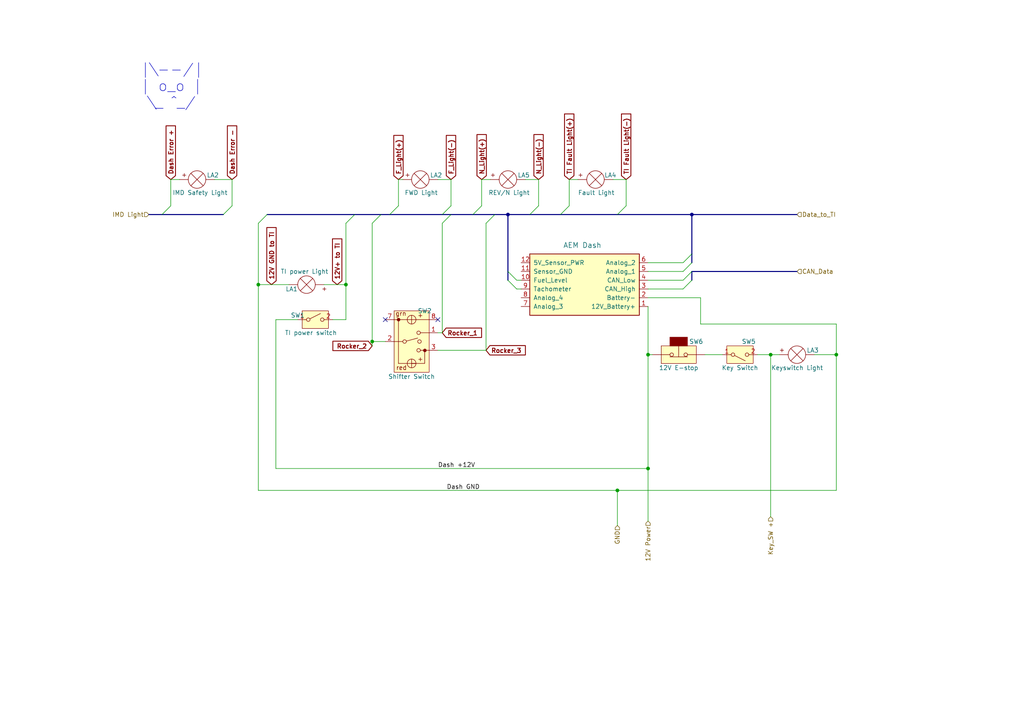
<source format=kicad_sch>
(kicad_sch (version 20230121) (generator eeschema)
  (paper "A4")
  (lib_symbols
    (symbol "CamachosSymbols:SW_SPDT_MSM" (pin_names (offset 0) hide)
      (property "Reference" "SW?" (at 1.27 12.7 0))
      (property "Value" "SW_SPDT_MSM" (at 6.35 10.16 0))
      (symbol "SW_SPDT_MSM_0_0"
        (rectangle (start -5.08 8.89) (end 5.08 -8.89) (fill (type background)))
        (circle (center -3.7802 6.3545) (radius 0.4246) (fill (type outline)))
        (circle (center -2.032 0) (radius 0.508))
        (polyline (pts (xy -3.81 6.35) (xy -3.81 -6.35)))
        (polyline (pts (xy -2.54 0) (xy -5.08 0)))
        (polyline (pts (xy -1.524 0.127) (xy 1.778 1.016)))
        (polyline (pts (xy -1.27 -6.35) (xy -3.81 -6.35)))
        (polyline (pts (xy -1.27 6.35) (xy -5.08 6.35)))
        (polyline (pts (xy 1.27 6.35) (xy 5.08 6.35)))
        (polyline (pts (xy 2.54 -2.54) (xy 5.08 -2.54)))
        (polyline (pts (xy 2.54 2.54) (xy 5.08 2.54)))
        (polyline (pts (xy 3.81 -2.54) (xy 3.81 -6.35) (xy 0 -6.35)))
        (circle (center 2.032 -2.54) (radius 0.508))
        (circle (center 3.8412 -2.5778) (radius 0.4246) (fill (type outline)))
        (text "+" (at 2.54 -5.08 0) (effects (font (size 1.27 1.27))))
        (text "+" (at 2.54 7.62 0) (effects (font (size 1.27 1.27))))
        (text "grn" (at -3.1095 8.1227 0) (effects (font (size 1.27 1.27))))
        (text "red" (at -2.9266 -7.5775 0) (effects (font (size 1.27 1.27))))
      )
      (symbol "SW_SPDT_MSM_0_1"
        (circle (center 0 -6.35) (radius 1.27))
        (polyline (pts (xy -1.27 -6.35) (xy 1.27 -6.35)))
        (polyline (pts (xy -1.27 6.35) (xy 1.27 6.35)))
        (polyline (pts (xy 0 -5.08) (xy 0 -7.62)))
        (polyline (pts (xy 0 7.62) (xy 0 5.08)))
        (circle (center 0 6.35) (radius 1.27))
        (circle (center 2.032 2.54) (radius 0.508))
        (circle (center 2.286 0) (radius 0.508))
      )
      (symbol "SW_SPDT_MSM_1_1"
        (pin passive line (at 7.62 2.54 180) (length 2.54) (name "1") (number "1"))
        (pin passive line (at -7.62 0 0) (length 2.54) (name "2") (number "2"))
        (pin passive line (at 7.62 -2.54 180) (length 2.54) (name "") (number "3"))
        (pin input line (at -7.62 6.35 0) (length 2.54) (name "ledGnd") (number "7"))
        (pin input line (at 7.62 6.35 180) (length 2.54) (name "") (number "8"))
      )
    )
    (symbol "CamachosSymbols:SW_SPST" (pin_names (offset 0) hide)
      (property "Reference" "SW" (at 0 3.175 0))
      (property "Value" "SW_SPST" (at 0 -2.54 0))
      (symbol "SW_SPST_0_0"
        (circle (center -2.032 0) (radius 0.508))
        (polyline (pts (xy -1.524 0.254) (xy 1.524 1.778)))
        (circle (center 2.032 0) (radius 0.508))
      )
      (symbol "SW_SPST_0_1"
        (rectangle (start -3.81 2.54) (end 3.81 -2.54) (fill (type background)))
      )
      (symbol "SW_SPST_1_1"
        (pin passive line (at -5.08 0 0) (length 2.54) (name "A") (number "1"))
        (pin passive line (at 5.08 0 180) (length 2.54) (name "B") (number "2"))
      )
    )
    (symbol "Device:Lamp" (pin_numbers hide) (pin_names (offset 0.0254) hide)
      (property "Reference" "LA?" (at 3.81 1.2701 0))
      (property "Value" "12V Keyswitch Light (Dash)" (at 3.81 -1.2699 0))
      (symbol "Lamp_0_0"
        (text "+" (at 1.27 5.08 0) (effects (font (size 1.27 1.27))))
      )
      (symbol "Lamp_0_1"
        (polyline (pts (xy -1.778 1.778) (xy 1.778 -1.778)))
        (polyline (pts (xy 1.778 1.778) (xy -1.778 -1.778)))
        (circle (center 0 0) (radius 2.54))
      )
      (symbol "Lamp_1_1"
        (pin passive line (at 0 -5.08 90) (length 2.54) (name "-") (number "1"))
        (pin passive line (at 0 5.08 270) (length 2.54) (name "+") (number "2"))
      )
    )
    (symbol "Lamp_1" (pin_numbers hide) (pin_names (offset 0.0254) hide)
      (property "Reference" "LA3" (at 6.35 1.27 0))
      (property "Value" "REV/N Light" (at 6.35 -3.81 0))
      (symbol "Lamp_1_0_0"
        (text "+" (at -4.445 1.27 900) (effects (font (size 1.27 1.27))))
      )
      (symbol "Lamp_1_0_1"
        (polyline (pts (xy 1.778 -1.778) (xy -1.778 1.778)))
        (polyline (pts (xy 1.778 1.778) (xy -1.778 -1.778)))
        (circle (center 0 0) (radius 2.54))
      )
      (symbol "Lamp_1_1_1"
        (pin passive line (at -5.08 0 0) (length 2.54) (name "-") (number "1"))
        (pin passive line (at 5.08 0 180) (length 2.54) (name "+") (number "2"))
      )
    )
    (symbol "Lamp_2" (pin_numbers hide) (pin_names (offset 0.0254) hide)
      (property "Reference" "LA2" (at -3.81 2.54 0))
      (property "Value" "FWD Light" (at -5.08 -2.54 0))
      (symbol "Lamp_2_0_0"
        (text "+" (at -13.97 2.54 900) (effects (font (size 1.27 1.27))))
      )
      (symbol "Lamp_2_0_1"
        (circle (center -10.16 1.27) (radius 2.54))
        (polyline (pts (xy -11.938 -0.508) (xy -8.382 3.048)))
        (polyline (pts (xy -11.938 3.048) (xy -8.382 -0.508)))
      )
      (symbol "Lamp_2_1_1"
        (pin passive line (at -5.08 1.27 180) (length 2.54) (name "-") (number "1"))
        (pin passive line (at -15.24 1.27 0) (length 2.54) (name "+") (number "2"))
      )
    )
    (symbol "Lamp_3" (pin_numbers hide) (pin_names (offset 0.0254) hide)
      (property "Reference" "LA5" (at 1.27 -2.54 90))
      (property "Value" "Fault Light" (at -3.81 5.08 90))
      (symbol "Lamp_3_0_0"
        (text "+" (at 1.27 4.445 0) (effects (font (size 1.27 1.27))))
      )
      (symbol "Lamp_3_0_1"
        (polyline (pts (xy -1.778 1.778) (xy 1.778 -1.778)))
        (polyline (pts (xy 1.778 1.778) (xy -1.778 -1.778)))
        (circle (center 0 0) (radius 2.54))
      )
      (symbol "Lamp_3_1_1"
        (pin passive line (at 0 -5.08 90) (length 2.54) (name "-") (number "1"))
        (pin passive line (at 0 5.08 270) (length 2.54) (name "+") (number "2"))
      )
    )
    (symbol "Lamp_4" (pin_numbers hide) (pin_names (offset 0.0254) hide)
      (property "Reference" "LA4" (at 6.35 1.27 0))
      (property "Value" "Keyswitch Light" (at 7.62 -3.81 0))
      (symbol "Lamp_4_0_0"
        (text "+" (at -4.445 1.27 900) (effects (font (size 1.27 1.27))))
      )
      (symbol "Lamp_4_0_1"
        (polyline (pts (xy -1.778 -1.778) (xy 1.778 1.778)))
        (polyline (pts (xy -1.778 1.778) (xy 1.778 -1.778)))
        (circle (center 0 0) (radius 2.54))
      )
      (symbol "Lamp_4_1_1"
        (pin passive line (at 5.08 0 180) (length 2.54) (name "-") (number "1"))
        (pin passive line (at -5.08 0 0) (length 2.54) (name "+") (number "2"))
      )
    )
    (symbol "NR24_Car:AVR-TPI-6" (pin_names (offset 1.016))
      (property "Value" "AEM Dash" (at 0.635 11.43 0))
      (symbol "AVR-TPI-6_0_1"
        (rectangle (start -15.24 8.89) (end 16.51 -8.89) (stroke (width 0.254)) (fill (type background)))
      )
      (symbol "AVR-TPI-6_1_1"
        (pin input line (at 19.05 6.35 180) (length 2.54) (name "12V_Battery+") (number "1"))
        (pin input line (at -17.78 -1.27 0) (length 2.54) (name "Fuel_Level") (number "10"))
        (pin input line (at -17.78 -3.81 0) (length 2.54) (name "Sensor_GND") (number "11"))
        (pin input line (at -17.78 -6.35 0) (length 2.54) (name "5V_Sensor_PWR") (number "12"))
        (pin input line (at 19.05 3.81 180) (length 2.54) (name "Battery-") (number "2"))
        (pin input line (at 19.05 1.27 180) (length 2.54) (name "CAN_High") (number "3"))
        (pin input line (at 19.05 -1.27 180) (length 2.54) (name "CAN_Low") (number "4"))
        (pin input line (at 19.05 -3.81 180) (length 2.54) (name "Analog_1") (number "5"))
        (pin input line (at 19.05 -6.35 180) (length 2.54) (name "Analog_2") (number "6"))
        (pin input line (at -17.78 6.35 0) (length 2.54) (name "Analog_3") (number "7"))
        (pin input line (at -17.78 3.81 0) (length 2.54) (name "Analog_4") (number "8"))
        (pin input line (at -17.78 1.27 0) (length 2.54) (name "Tachometer") (number "9"))
      )
    )
    (symbol "Switch:SW_Push_Open" (pin_numbers hide) (pin_names (offset 1.016) hide)
      (property "Reference" "SW?" (at 0 7.62 0))
      (property "Value" "12V E-stop (dash)" (at 0 6.35 0))
      (symbol "SW_Push_Open_0_1"
        (rectangle (start -5.08 2.54) (end 5.08 -2.54) (fill (type background)))
        (circle (center -2.032 0) (radius 0.508))
        (polyline (pts (xy -5.08 0) (xy -2.54 0)))
        (polyline (pts (xy -2.54 -0.635) (xy 2.54 -0.635)))
        (polyline (pts (xy 0 -0.635) (xy 0 1.27)))
        (polyline (pts (xy 0 1.27) (xy 0 2.54)))
        (polyline (pts (xy 2.54 0) (xy 5.08 0)))
        (polyline (pts (xy -2.54 2.54) (xy -2.54 5.08) (xy 2.54 5.08) (xy 2.54 2.54) (xy -2.54 2.54)) (fill (type outline)))
        (circle (center 2.032 0) (radius 0.508))
        (pin passive line (at -7.62 0 0) (length 2.54) (name "A") (number "1"))
      )
      (symbol "SW_Push_Open_1_1"
        (pin passive line (at 7.62 0 180) (length 2.54) (name "B") (number "2"))
      )
    )
  )
  (junction (at 187.96 135.89))
  (junction (at 187.96 102.87))
  (junction (at 107.95 99.06))
  (junction (at 100.33 82.55))
  (junction (at 200.66 62.23))
  (junction (at 74.93 82.55))
  (junction (at 242.57 102.87))
  (junction (at 223.52 102.87))
  (junction (at 147.32 62.23))
  (junction (at 179.07 142.24))
  (no_connect (at 127 92.71))
  (no_connect (at 111.76 92.71))
  (bus_entry (at 107.95 64.77) (size 2.54 -2.54))
  (bus_entry (at 198.12 76.2) (size 2.54 -2.54))
  (bus_entry (at 67.31 59.69) (size -2.54 2.54))
  (bus_entry (at 49.53 59.69) (size -2.54 2.54))
  (bus_entry (at 198.12 78.74) (size 2.54 -2.54))
  (bus_entry (at 198.12 81.28) (size 2.54 -2.54))
  (bus_entry (at 165.1 59.69) (size -2.54 2.54))
  (bus_entry (at 128.27 64.77) (size 2.54 -2.54))
  (bus_entry (at 147.32 81.28) (size 2.54 2.54))
  (bus_entry (at 198.12 83.82) (size 2.54 -2.54))
  (bus_entry (at 181.61 59.69) (size -2.54 2.54))
  (bus_entry (at 153.67 62.23) (size 2.54 -2.54))
  (bus_entry (at 74.93 64.77) (size 2.54 -2.54))
  (bus_entry (at 100.33 64.77) (size 2.54 -2.54))
  (bus_entry (at 115.57 59.69) (size -2.54 2.54))
  (bus_entry (at 147.32 78.74) (size 2.54 2.54))
  (bus_entry (at 139.7 59.69) (size -2.54 2.54))
  (bus_entry (at 140.97 64.77) (size 2.54 -2.54))
  (bus_entry (at 128.27 62.23) (size 2.54 -2.54))
  (bus (pts (xy 200.66 73.66) (xy 200.66 76.2)))
  (wire (pts (xy 187.96 81.28) (xy 198.12 81.28)))
  (bus (pts (xy 46.99 62.23) (xy 64.77 62.23)))
  (wire (pts (xy 96.52 92.71) (xy 100.33 92.71)))
  (wire (pts (xy 179.07 142.24) (xy 242.57 142.24)))
  (wire (pts (xy 127 101.6) (xy 140.97 101.6)))
  (wire (pts (xy 107.95 99.06) (xy 107.95 100.33)))
  (wire (pts (xy 80.01 92.71) (xy 80.01 135.89)))
  (wire (pts (xy 187.96 78.74) (xy 198.12 78.74)))
  (wire (pts (xy 67.31 52.07) (xy 67.31 59.69)))
  (bus (pts (xy 113.03 62.23) (xy 128.27 62.23)))
  (wire (pts (xy 139.7 52.07) (xy 142.24 52.07)))
  (bus (pts (xy 77.47 62.23) (xy 102.87 62.23)))
  (wire (pts (xy 128.27 96.52) (xy 127 96.52)))
  (wire (pts (xy 80.01 135.89) (xy 187.96 135.89)))
  (bus (pts (xy 179.07 62.23) (xy 162.56 62.23)))
  (bus (pts (xy 200.66 62.23) (xy 179.07 62.23)))
  (wire (pts (xy 100.33 92.71) (xy 100.33 82.55)))
  (wire (pts (xy 93.98 82.55) (xy 100.33 82.55)))
  (wire (pts (xy 149.86 81.28) (xy 151.13 81.28)))
  (wire (pts (xy 128.27 64.77) (xy 128.27 96.52)))
  (wire (pts (xy 74.93 64.77) (xy 74.93 82.55)))
  (wire (pts (xy 187.96 76.2) (xy 198.12 76.2)))
  (wire (pts (xy 74.93 82.55) (xy 83.82 82.55)))
  (wire (pts (xy 80.01 92.71) (xy 86.36 92.71)))
  (wire (pts (xy 140.97 101.6) (xy 140.97 64.77)))
  (wire (pts (xy 156.21 59.69) (xy 156.21 52.07)))
  (wire (pts (xy 223.52 102.87) (xy 219.71 102.87)))
  (bus (pts (xy 147.32 62.23) (xy 153.67 62.23)))
  (wire (pts (xy 149.86 83.82) (xy 151.13 83.82)))
  (bus (pts (xy 110.49 62.23) (xy 113.03 62.23)))
  (wire (pts (xy 203.2 93.98) (xy 242.57 93.98)))
  (bus (pts (xy 200.66 78.74) (xy 200.66 81.28)))
  (wire (pts (xy 130.81 52.07) (xy 127 52.07)))
  (wire (pts (xy 242.57 93.98) (xy 242.57 102.87)))
  (wire (pts (xy 107.95 99.06) (xy 111.76 99.06)))
  (wire (pts (xy 209.55 102.87) (xy 204.47 102.87)))
  (wire (pts (xy 187.96 88.9) (xy 187.96 102.87)))
  (bus (pts (xy 231.14 62.23) (xy 200.66 62.23)))
  (wire (pts (xy 187.96 135.89) (xy 187.96 151.13)))
  (wire (pts (xy 226.06 102.87) (xy 223.52 102.87)))
  (bus (pts (xy 130.81 62.23) (xy 137.16 62.23)))
  (wire (pts (xy 49.53 59.69) (xy 49.53 52.07)))
  (wire (pts (xy 130.81 59.69) (xy 130.81 52.07)))
  (wire (pts (xy 242.57 102.87) (xy 236.22 102.87)))
  (bus (pts (xy 162.56 62.23) (xy 153.67 62.23)))
  (wire (pts (xy 52.07 52.07) (xy 49.53 52.07)))
  (bus (pts (xy 200.66 78.74) (xy 231.14 78.74)))
  (wire (pts (xy 203.2 86.36) (xy 203.2 93.98)))
  (bus (pts (xy 147.32 62.23) (xy 147.32 78.74)))
  (bus (pts (xy 102.87 62.23) (xy 110.49 62.23)))
  (wire (pts (xy 179.07 142.24) (xy 179.07 152.4)))
  (wire (pts (xy 165.1 52.07) (xy 167.64 52.07)))
  (wire (pts (xy 74.93 142.24) (xy 179.07 142.24)))
  (wire (pts (xy 107.95 64.77) (xy 107.95 99.06)))
  (bus (pts (xy 137.16 62.23) (xy 143.51 62.23)))
  (wire (pts (xy 62.23 52.07) (xy 67.31 52.07)))
  (wire (pts (xy 187.96 86.36) (xy 203.2 86.36)))
  (bus (pts (xy 143.51 62.23) (xy 147.32 62.23)))
  (wire (pts (xy 223.52 102.87) (xy 223.52 149.86)))
  (bus (pts (xy 200.66 62.23) (xy 200.66 73.66)))
  (wire (pts (xy 74.93 82.55) (xy 74.93 142.24)))
  (bus (pts (xy 128.27 62.23) (xy 130.81 62.23)))
  (wire (pts (xy 181.61 52.07) (xy 181.61 59.69)))
  (wire (pts (xy 115.57 59.69) (xy 115.57 52.07)))
  (wire (pts (xy 116.84 52.07) (xy 115.57 52.07)))
  (bus (pts (xy 147.32 78.74) (xy 147.32 81.28)))
  (wire (pts (xy 242.57 142.24) (xy 242.57 102.87)))
  (wire (pts (xy 177.8 52.07) (xy 181.61 52.07)))
  (wire (pts (xy 187.96 102.87) (xy 189.23 102.87)))
  (wire (pts (xy 187.96 102.87) (xy 187.96 135.89)))
  (wire (pts (xy 187.96 83.82) (xy 198.12 83.82)))
  (wire (pts (xy 152.4 52.07) (xy 156.21 52.07)))
  (wire (pts (xy 100.33 64.77) (xy 100.33 82.55)))
  (wire (pts (xy 139.7 59.69) (xy 139.7 52.07)))
  (wire (pts (xy 165.1 52.07) (xy 165.1 59.69)))
  (bus (pts (xy 43.18 62.23) (xy 46.99 62.23)))
  (text "|\\--/|\n| o_o |\n \\_ ^_/" (at 40.64 31.75 0) (effects (font (size 3 3)) (justify left bottom)))
  (label "Dash +12V" (at 127 135.89 0))
  (label "Dash GND" (at 129.54 142.24 0))
  (global_label "TI Fault Light(-)" (shape input) (at 181.61 52.07 90) (effects (font (thickness 0.254) bold)) (property "Intersheetrefs" "${INTERSHEET_REFS}" (effects hide)))
  (global_label "N_Light(-)" (shape input) (at 156.21 52.07 90) (effects (font (thickness 0.254) bold)) (property "Intersheetrefs" "${INTERSHEET_REFS}" (effects hide)))
  (global_label "N_Light(+)" (shape input) (at 139.7 52.07 90) (effects (font (thickness 0.254) bold)) (property "Intersheetrefs" "${INTERSHEET_REFS}" (effects hide)))
  (global_label "Dash Error +" (shape input) (at 49.53 52.07 90) (effects (font (thickness 0.254) bold)) (property "Intersheetrefs" "${INTERSHEET_REFS}" (effects hide)))
  (global_label "12V+ to TI" (shape input) (at 97.79 82.55 90) (effects (font bold)) (property "Intersheetrefs" "${INTERSHEET_REFS}" (effects hide)))
  (global_label "F_Light(+)" (shape input) (at 115.57 52.07 90) (effects (font (thickness 0.254) bold)) (property "Intersheetrefs" "${INTERSHEET_REFS}" (effects hide)))
  (global_label "Rocker_3" (shape input) (at 140.97 101.6 0) (effects (font (thickness 0.254) bold)) (property "Intersheetrefs" "${INTERSHEET_REFS}" (effects hide)))
  (global_label "Rocker_2" (shape input) (at 107.95 100.33 180) (effects (font (thickness 0.254) bold)) (property "Intersheetrefs" "${INTERSHEET_REFS}" (effects hide)))
  (global_label "Dash Error -" (shape input) (at 67.31 52.07 90) (effects (font (thickness 0.254) bold)) (property "Intersheetrefs" "${INTERSHEET_REFS}" (effects hide)))
  (global_label "TI Fault Light(+)" (shape input) (at 165.1 52.07 90) (effects (font (thickness 0.254) bold)) (property "Intersheetrefs" "${INTERSHEET_REFS}" (effects hide)))
  (global_label "12V GND to TI" (shape input) (at 78.74 82.55 90) (effects (font (thickness 0.254) bold)) (property "Intersheetrefs" "${INTERSHEET_REFS}" (effects hide)))
  (global_label "F_Light(-)" (shape input) (at 130.81 52.07 90) (effects (font (thickness 0.254) bold)) (property "Intersheetrefs" "${INTERSHEET_REFS}" (effects hide)))
  (global_label "Rocker_1" (shape input) (at 128.27 96.52 0) (effects (font (thickness 0.254) bold)) (property "Intersheetrefs" "${INTERSHEET_REFS}" (effects hide)))
  (hierarchical_label "IMD Light" (shape input) (at 43.18 62.23 180))
  (hierarchical_label "Data_to_TI" (shape input) (at 231.14 62.23 0))
  (hierarchical_label "Key_SW +" (shape input) (at 223.52 149.86 270))
  (hierarchical_label "CAN_Data" (shape input) (at 231.14 78.74 0))
  (hierarchical_label "GND" (shape input) (at 179.07 152.4 270))
  (hierarchical_label "12V Power" (shape input) (at 187.96 151.13 270))
  (symbol (lib_id "CamachosSymbols:SW_SPST") (at 214.63 102.87 0) (mirror x) (unit 1)
    (property "Reference" "SW5" (at 217.17 99.06 0))
    (property "Value" "Key Switch" (at 214.63 106.68 0))
  )
  (symbol (lib_name "Lamp_4") (lib_id "Device:Lamp") (at 231.14 102.87 0) (unit 1)
    (property "Reference" "LA3" (at 237.49 101.6 0) (effects (justify right)))
    (property "Value" "Keyswitch Light" (at 238.76 106.68 0) (effects (justify right)))
    (instances (project "Car_TractiveSystem_v2" (path "" (reference "LA3") (unit 1)) (path "" (reference "LA4") (unit 1))))
  )
  (symbol (lib_name "Lamp_2") (lib_id "Device:Lamp") (at 132.08 53.34 0) (unit 1)
    (property "Reference" "LA2" (at 128.27 50.8 0) (effects (justify right)))
    (property "Value" "FWD Light" (at 127 55.88 0) (effects (justify right)))
  )
  (symbol (lib_id "CamachosSymbols:SW_SPDT_MSM") (at 119.38 99.06 0) (unit 1)
    (property "Reference" "SW2" (at 123.19 90.17 0))
    (property "Value" "Shifter Switch" (at 119.38 109.22 0))
  )
  (symbol (lib_name "Lamp_1") (lib_id "Device:Lamp") (at 147.32 52.07 0) (unit 1)
    (property "Reference" "LA5" (at 153.67 50.8 0) (effects (justify right)))
    (property "Value" "REV/N Light" (at 153.67 55.88 0) (effects (justify right)))
    (instances (project "Car_TractiveSystem_v2" (path "" (reference "LA5") (unit 1)) (path "" (reference "LA3") (unit 1))))
  )
  (symbol (lib_id "Device:Lamp") (at 88.9 82.55 270) (unit 1)
    (property "Reference" "LA1" (at 86.36 83.82 90) (effects (justify right)))
    (property "Value" "TI power Light" (at 95.25 78.74 90) (effects (justify right)))
  )
  (symbol (lib_name "Lamp_2") (lib_id "Device:Lamp") (at 67.31 53.34 0) (unit 1)
    (property "Reference" "LA2" (at 63.5 50.8 0) (effects (justify right)))
    (property "Value" "IMD Safety Light" (at 66.04 55.88 0) (effects (justify right)))
    (instances (project "Car_TractiveSystem_v2" (path "" (reference "LA2") (unit 1)) (path "" (reference "LA7") (unit 1))))
  )
  (symbol (lib_id "NR24_Car:AVR-TPI-6") (at 168.91 82.55 0) (mirror x) (unit 1)
    (property "Reference" "J9" (effects hide))
    (property "Value" "AEM Dash" (at 168.91 71.12 0) (effects (font (size 1.5 1.5))))
    (property "Datasheet" " ~" (effects hide))
  )
  (symbol (lib_id "Switch:SW_Push_Open") (at 196.85 102.87 0) (mirror y) (unit 1)
    (property "Reference" "SW6" (at 201.93 99.06 0))
    (property "Value" "12V E-stop" (at 196.85 106.68 0))
  )
  (symbol (lib_id "CamachosSymbols:SW_SPST") (at 91.44 92.71 0) (unit 1)
    (property "Reference" "SW1" (at 86.36 91.44 0))
    (property "Value" "TI power switch" (at 90.17 96.52 0))
  )
  (symbol (lib_name "Lamp_3") (lib_id "Device:Lamp") (at 172.72 52.07 90) (unit 1)
    (property "Reference" "LA4" (at 175.26 50.8 90) (effects (justify right)))
    (property "Value" "Fault Light" (at 167.64 55.88 90) (effects (justify right)))
    (instances (project "Car_TractiveSystem_v2" (path "" (reference "LA4") (unit 1)) (path "" (reference "LA5") (unit 1))))
  )
)
</source>
